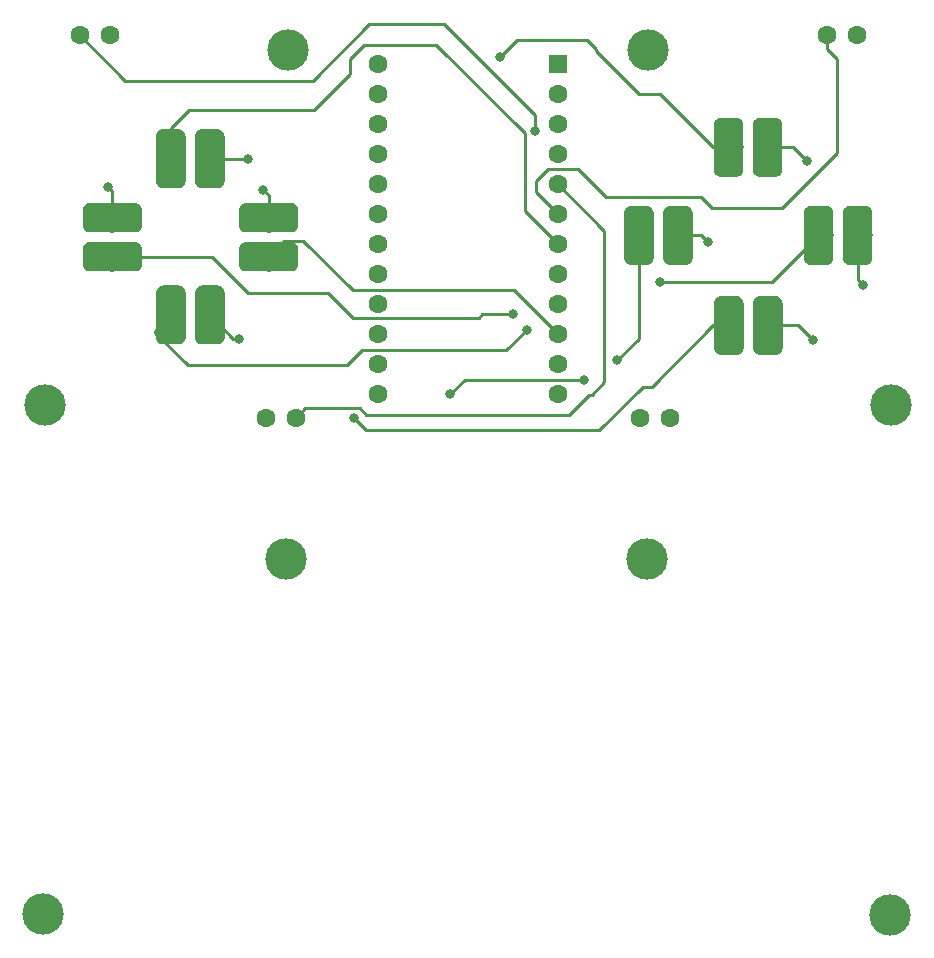
<source format=gbr>
G04 #@! TF.GenerationSoftware,KiCad,Pcbnew,5.0.2+dfsg1-1~bpo9+1*
G04 #@! TF.CreationDate,2019-06-02T18:57:07+01:00*
G04 #@! TF.ProjectId,ds_button_gamepad,64735f62-7574-4746-9f6e-5f67616d6570,rev?*
G04 #@! TF.SameCoordinates,Original*
G04 #@! TF.FileFunction,Copper,L1,Top*
G04 #@! TF.FilePolarity,Positive*
%FSLAX46Y46*%
G04 Gerber Fmt 4.6, Leading zero omitted, Abs format (unit mm)*
G04 Created by KiCad (PCBNEW 5.0.2+dfsg1-1~bpo9+1) date Sun 02 Jun 2019 18:57:07 BST*
%MOMM*%
%LPD*%
G01*
G04 APERTURE LIST*
G04 #@! TA.AperFunction,ComponentPad*
%ADD10C,3.500000*%
G04 #@! TD*
G04 #@! TA.AperFunction,Conductor*
%ADD11C,0.100000*%
G04 #@! TD*
G04 #@! TA.AperFunction,SMDPad,CuDef*
%ADD12C,2.500000*%
G04 #@! TD*
G04 #@! TA.AperFunction,ComponentPad*
%ADD13C,1.600000*%
G04 #@! TD*
G04 #@! TA.AperFunction,ComponentPad*
%ADD14R,1.600000X1.600000*%
G04 #@! TD*
G04 #@! TA.AperFunction,ViaPad*
%ADD15C,0.800000*%
G04 #@! TD*
G04 #@! TA.AperFunction,Conductor*
%ADD16C,0.250000*%
G04 #@! TD*
G04 APERTURE END LIST*
D10*
G04 #@! TO.P,U3,1*
G04 #@! TO.N,N/C*
X128295400Y-128955800D03*
G04 #@! TD*
G04 #@! TO.P,U5,1*
G04 #@! TO.N,N/C*
X56591200Y-128943100D03*
G04 #@! TD*
G04 #@! TO.P,U4,1*
G04 #@! TO.N,N/C*
X77165200Y-98882200D03*
G04 #@! TD*
G04 #@! TO.P,U2,1*
G04 #@! TO.N,N/C*
X107721400Y-98882200D03*
G04 #@! TD*
D11*
G04 #@! TO.N,Net-(SW1-Pad1)*
G04 #@! TO.C,SW1*
G36*
X64407561Y-72006610D02*
X64468231Y-72015609D01*
X64527728Y-72030512D01*
X64585477Y-72051175D01*
X64640923Y-72077399D01*
X64693531Y-72108931D01*
X64742796Y-72145468D01*
X64788242Y-72186658D01*
X64829432Y-72232104D01*
X64865969Y-72281369D01*
X64897501Y-72333977D01*
X64923725Y-72389423D01*
X64944388Y-72447172D01*
X64959291Y-72506669D01*
X64968290Y-72567339D01*
X64971300Y-72628600D01*
X64971300Y-73878600D01*
X64968290Y-73939861D01*
X64959291Y-74000531D01*
X64944388Y-74060028D01*
X64923725Y-74117777D01*
X64897501Y-74173223D01*
X64865969Y-74225831D01*
X64829432Y-74275096D01*
X64788242Y-74320542D01*
X64742796Y-74361732D01*
X64693531Y-74398269D01*
X64640923Y-74429801D01*
X64585477Y-74456025D01*
X64527728Y-74476688D01*
X64468231Y-74491591D01*
X64407561Y-74500590D01*
X64346300Y-74503600D01*
X60596300Y-74503600D01*
X60535039Y-74500590D01*
X60474369Y-74491591D01*
X60414872Y-74476688D01*
X60357123Y-74456025D01*
X60301677Y-74429801D01*
X60249069Y-74398269D01*
X60199804Y-74361732D01*
X60154358Y-74320542D01*
X60113168Y-74275096D01*
X60076631Y-74225831D01*
X60045099Y-74173223D01*
X60018875Y-74117777D01*
X59998212Y-74060028D01*
X59983309Y-74000531D01*
X59974310Y-73939861D01*
X59971300Y-73878600D01*
X59971300Y-72628600D01*
X59974310Y-72567339D01*
X59983309Y-72506669D01*
X59998212Y-72447172D01*
X60018875Y-72389423D01*
X60045099Y-72333977D01*
X60076631Y-72281369D01*
X60113168Y-72232104D01*
X60154358Y-72186658D01*
X60199804Y-72145468D01*
X60249069Y-72108931D01*
X60301677Y-72077399D01*
X60357123Y-72051175D01*
X60414872Y-72030512D01*
X60474369Y-72015609D01*
X60535039Y-72006610D01*
X60596300Y-72003600D01*
X64346300Y-72003600D01*
X64407561Y-72006610D01*
X64407561Y-72006610D01*
G37*
D12*
G04 #@! TD*
G04 #@! TO.P,SW1,1*
G04 #@! TO.N,Net-(SW1-Pad1)*
X62471300Y-73253600D03*
D11*
G04 #@! TO.N,Net-(SW1-Pad2)*
G04 #@! TO.C,SW1*
G36*
X64407561Y-68704610D02*
X64468231Y-68713609D01*
X64527728Y-68728512D01*
X64585477Y-68749175D01*
X64640923Y-68775399D01*
X64693531Y-68806931D01*
X64742796Y-68843468D01*
X64788242Y-68884658D01*
X64829432Y-68930104D01*
X64865969Y-68979369D01*
X64897501Y-69031977D01*
X64923725Y-69087423D01*
X64944388Y-69145172D01*
X64959291Y-69204669D01*
X64968290Y-69265339D01*
X64971300Y-69326600D01*
X64971300Y-70576600D01*
X64968290Y-70637861D01*
X64959291Y-70698531D01*
X64944388Y-70758028D01*
X64923725Y-70815777D01*
X64897501Y-70871223D01*
X64865969Y-70923831D01*
X64829432Y-70973096D01*
X64788242Y-71018542D01*
X64742796Y-71059732D01*
X64693531Y-71096269D01*
X64640923Y-71127801D01*
X64585477Y-71154025D01*
X64527728Y-71174688D01*
X64468231Y-71189591D01*
X64407561Y-71198590D01*
X64346300Y-71201600D01*
X60596300Y-71201600D01*
X60535039Y-71198590D01*
X60474369Y-71189591D01*
X60414872Y-71174688D01*
X60357123Y-71154025D01*
X60301677Y-71127801D01*
X60249069Y-71096269D01*
X60199804Y-71059732D01*
X60154358Y-71018542D01*
X60113168Y-70973096D01*
X60076631Y-70923831D01*
X60045099Y-70871223D01*
X60018875Y-70815777D01*
X59998212Y-70758028D01*
X59983309Y-70698531D01*
X59974310Y-70637861D01*
X59971300Y-70576600D01*
X59971300Y-69326600D01*
X59974310Y-69265339D01*
X59983309Y-69204669D01*
X59998212Y-69145172D01*
X60018875Y-69087423D01*
X60045099Y-69031977D01*
X60076631Y-68979369D01*
X60113168Y-68930104D01*
X60154358Y-68884658D01*
X60199804Y-68843468D01*
X60249069Y-68806931D01*
X60301677Y-68775399D01*
X60357123Y-68749175D01*
X60414872Y-68728512D01*
X60474369Y-68713609D01*
X60535039Y-68704610D01*
X60596300Y-68701600D01*
X64346300Y-68701600D01*
X64407561Y-68704610D01*
X64407561Y-68704610D01*
G37*
D12*
G04 #@! TD*
G04 #@! TO.P,SW1,2*
G04 #@! TO.N,Net-(SW1-Pad2)*
X62471300Y-69951600D03*
D11*
G04 #@! TO.N,Net-(SW2-Pad1)*
G04 #@! TO.C,SW2*
G36*
X77640961Y-72006610D02*
X77701631Y-72015609D01*
X77761128Y-72030512D01*
X77818877Y-72051175D01*
X77874323Y-72077399D01*
X77926931Y-72108931D01*
X77976196Y-72145468D01*
X78021642Y-72186658D01*
X78062832Y-72232104D01*
X78099369Y-72281369D01*
X78130901Y-72333977D01*
X78157125Y-72389423D01*
X78177788Y-72447172D01*
X78192691Y-72506669D01*
X78201690Y-72567339D01*
X78204700Y-72628600D01*
X78204700Y-73878600D01*
X78201690Y-73939861D01*
X78192691Y-74000531D01*
X78177788Y-74060028D01*
X78157125Y-74117777D01*
X78130901Y-74173223D01*
X78099369Y-74225831D01*
X78062832Y-74275096D01*
X78021642Y-74320542D01*
X77976196Y-74361732D01*
X77926931Y-74398269D01*
X77874323Y-74429801D01*
X77818877Y-74456025D01*
X77761128Y-74476688D01*
X77701631Y-74491591D01*
X77640961Y-74500590D01*
X77579700Y-74503600D01*
X73829700Y-74503600D01*
X73768439Y-74500590D01*
X73707769Y-74491591D01*
X73648272Y-74476688D01*
X73590523Y-74456025D01*
X73535077Y-74429801D01*
X73482469Y-74398269D01*
X73433204Y-74361732D01*
X73387758Y-74320542D01*
X73346568Y-74275096D01*
X73310031Y-74225831D01*
X73278499Y-74173223D01*
X73252275Y-74117777D01*
X73231612Y-74060028D01*
X73216709Y-74000531D01*
X73207710Y-73939861D01*
X73204700Y-73878600D01*
X73204700Y-72628600D01*
X73207710Y-72567339D01*
X73216709Y-72506669D01*
X73231612Y-72447172D01*
X73252275Y-72389423D01*
X73278499Y-72333977D01*
X73310031Y-72281369D01*
X73346568Y-72232104D01*
X73387758Y-72186658D01*
X73433204Y-72145468D01*
X73482469Y-72108931D01*
X73535077Y-72077399D01*
X73590523Y-72051175D01*
X73648272Y-72030512D01*
X73707769Y-72015609D01*
X73768439Y-72006610D01*
X73829700Y-72003600D01*
X77579700Y-72003600D01*
X77640961Y-72006610D01*
X77640961Y-72006610D01*
G37*
D12*
G04 #@! TD*
G04 #@! TO.P,SW2,1*
G04 #@! TO.N,Net-(SW2-Pad1)*
X75704700Y-73253600D03*
D11*
G04 #@! TO.N,Net-(SW1-Pad2)*
G04 #@! TO.C,SW2*
G36*
X77640961Y-68704610D02*
X77701631Y-68713609D01*
X77761128Y-68728512D01*
X77818877Y-68749175D01*
X77874323Y-68775399D01*
X77926931Y-68806931D01*
X77976196Y-68843468D01*
X78021642Y-68884658D01*
X78062832Y-68930104D01*
X78099369Y-68979369D01*
X78130901Y-69031977D01*
X78157125Y-69087423D01*
X78177788Y-69145172D01*
X78192691Y-69204669D01*
X78201690Y-69265339D01*
X78204700Y-69326600D01*
X78204700Y-70576600D01*
X78201690Y-70637861D01*
X78192691Y-70698531D01*
X78177788Y-70758028D01*
X78157125Y-70815777D01*
X78130901Y-70871223D01*
X78099369Y-70923831D01*
X78062832Y-70973096D01*
X78021642Y-71018542D01*
X77976196Y-71059732D01*
X77926931Y-71096269D01*
X77874323Y-71127801D01*
X77818877Y-71154025D01*
X77761128Y-71174688D01*
X77701631Y-71189591D01*
X77640961Y-71198590D01*
X77579700Y-71201600D01*
X73829700Y-71201600D01*
X73768439Y-71198590D01*
X73707769Y-71189591D01*
X73648272Y-71174688D01*
X73590523Y-71154025D01*
X73535077Y-71127801D01*
X73482469Y-71096269D01*
X73433204Y-71059732D01*
X73387758Y-71018542D01*
X73346568Y-70973096D01*
X73310031Y-70923831D01*
X73278499Y-70871223D01*
X73252275Y-70815777D01*
X73231612Y-70758028D01*
X73216709Y-70698531D01*
X73207710Y-70637861D01*
X73204700Y-70576600D01*
X73204700Y-69326600D01*
X73207710Y-69265339D01*
X73216709Y-69204669D01*
X73231612Y-69145172D01*
X73252275Y-69087423D01*
X73278499Y-69031977D01*
X73310031Y-68979369D01*
X73346568Y-68930104D01*
X73387758Y-68884658D01*
X73433204Y-68843468D01*
X73482469Y-68806931D01*
X73535077Y-68775399D01*
X73590523Y-68749175D01*
X73648272Y-68728512D01*
X73707769Y-68713609D01*
X73768439Y-68704610D01*
X73829700Y-68701600D01*
X77579700Y-68701600D01*
X77640961Y-68704610D01*
X77640961Y-68704610D01*
G37*
D12*
G04 #@! TD*
G04 #@! TO.P,SW2,2*
G04 #@! TO.N,Net-(SW1-Pad2)*
X75704700Y-69951600D03*
D11*
G04 #@! TO.N,Net-(SW1-Pad2)*
G04 #@! TO.C,SW3*
G36*
X71412561Y-62463510D02*
X71473231Y-62472509D01*
X71532728Y-62487412D01*
X71590477Y-62508075D01*
X71645923Y-62534299D01*
X71698531Y-62565831D01*
X71747796Y-62602368D01*
X71793242Y-62643558D01*
X71834432Y-62689004D01*
X71870969Y-62738269D01*
X71902501Y-62790877D01*
X71928725Y-62846323D01*
X71949388Y-62904072D01*
X71964291Y-62963569D01*
X71973290Y-63024239D01*
X71976300Y-63085500D01*
X71976300Y-66835500D01*
X71973290Y-66896761D01*
X71964291Y-66957431D01*
X71949388Y-67016928D01*
X71928725Y-67074677D01*
X71902501Y-67130123D01*
X71870969Y-67182731D01*
X71834432Y-67231996D01*
X71793242Y-67277442D01*
X71747796Y-67318632D01*
X71698531Y-67355169D01*
X71645923Y-67386701D01*
X71590477Y-67412925D01*
X71532728Y-67433588D01*
X71473231Y-67448491D01*
X71412561Y-67457490D01*
X71351300Y-67460500D01*
X70101300Y-67460500D01*
X70040039Y-67457490D01*
X69979369Y-67448491D01*
X69919872Y-67433588D01*
X69862123Y-67412925D01*
X69806677Y-67386701D01*
X69754069Y-67355169D01*
X69704804Y-67318632D01*
X69659358Y-67277442D01*
X69618168Y-67231996D01*
X69581631Y-67182731D01*
X69550099Y-67130123D01*
X69523875Y-67074677D01*
X69503212Y-67016928D01*
X69488309Y-66957431D01*
X69479310Y-66896761D01*
X69476300Y-66835500D01*
X69476300Y-63085500D01*
X69479310Y-63024239D01*
X69488309Y-62963569D01*
X69503212Y-62904072D01*
X69523875Y-62846323D01*
X69550099Y-62790877D01*
X69581631Y-62738269D01*
X69618168Y-62689004D01*
X69659358Y-62643558D01*
X69704804Y-62602368D01*
X69754069Y-62565831D01*
X69806677Y-62534299D01*
X69862123Y-62508075D01*
X69919872Y-62487412D01*
X69979369Y-62472509D01*
X70040039Y-62463510D01*
X70101300Y-62460500D01*
X71351300Y-62460500D01*
X71412561Y-62463510D01*
X71412561Y-62463510D01*
G37*
D12*
G04 #@! TD*
G04 #@! TO.P,SW3,2*
G04 #@! TO.N,Net-(SW1-Pad2)*
X70726300Y-64960500D03*
D11*
G04 #@! TO.N,Net-(SW3-Pad1)*
G04 #@! TO.C,SW3*
G36*
X68110561Y-62463510D02*
X68171231Y-62472509D01*
X68230728Y-62487412D01*
X68288477Y-62508075D01*
X68343923Y-62534299D01*
X68396531Y-62565831D01*
X68445796Y-62602368D01*
X68491242Y-62643558D01*
X68532432Y-62689004D01*
X68568969Y-62738269D01*
X68600501Y-62790877D01*
X68626725Y-62846323D01*
X68647388Y-62904072D01*
X68662291Y-62963569D01*
X68671290Y-63024239D01*
X68674300Y-63085500D01*
X68674300Y-66835500D01*
X68671290Y-66896761D01*
X68662291Y-66957431D01*
X68647388Y-67016928D01*
X68626725Y-67074677D01*
X68600501Y-67130123D01*
X68568969Y-67182731D01*
X68532432Y-67231996D01*
X68491242Y-67277442D01*
X68445796Y-67318632D01*
X68396531Y-67355169D01*
X68343923Y-67386701D01*
X68288477Y-67412925D01*
X68230728Y-67433588D01*
X68171231Y-67448491D01*
X68110561Y-67457490D01*
X68049300Y-67460500D01*
X66799300Y-67460500D01*
X66738039Y-67457490D01*
X66677369Y-67448491D01*
X66617872Y-67433588D01*
X66560123Y-67412925D01*
X66504677Y-67386701D01*
X66452069Y-67355169D01*
X66402804Y-67318632D01*
X66357358Y-67277442D01*
X66316168Y-67231996D01*
X66279631Y-67182731D01*
X66248099Y-67130123D01*
X66221875Y-67074677D01*
X66201212Y-67016928D01*
X66186309Y-66957431D01*
X66177310Y-66896761D01*
X66174300Y-66835500D01*
X66174300Y-63085500D01*
X66177310Y-63024239D01*
X66186309Y-62963569D01*
X66201212Y-62904072D01*
X66221875Y-62846323D01*
X66248099Y-62790877D01*
X66279631Y-62738269D01*
X66316168Y-62689004D01*
X66357358Y-62643558D01*
X66402804Y-62602368D01*
X66452069Y-62565831D01*
X66504677Y-62534299D01*
X66560123Y-62508075D01*
X66617872Y-62487412D01*
X66677369Y-62472509D01*
X66738039Y-62463510D01*
X66799300Y-62460500D01*
X68049300Y-62460500D01*
X68110561Y-62463510D01*
X68110561Y-62463510D01*
G37*
D12*
G04 #@! TD*
G04 #@! TO.P,SW3,1*
G04 #@! TO.N,Net-(SW3-Pad1)*
X67424300Y-64960500D03*
D11*
G04 #@! TO.N,Net-(SW1-Pad2)*
G04 #@! TO.C,SW4*
G36*
X71412561Y-75696910D02*
X71473231Y-75705909D01*
X71532728Y-75720812D01*
X71590477Y-75741475D01*
X71645923Y-75767699D01*
X71698531Y-75799231D01*
X71747796Y-75835768D01*
X71793242Y-75876958D01*
X71834432Y-75922404D01*
X71870969Y-75971669D01*
X71902501Y-76024277D01*
X71928725Y-76079723D01*
X71949388Y-76137472D01*
X71964291Y-76196969D01*
X71973290Y-76257639D01*
X71976300Y-76318900D01*
X71976300Y-80068900D01*
X71973290Y-80130161D01*
X71964291Y-80190831D01*
X71949388Y-80250328D01*
X71928725Y-80308077D01*
X71902501Y-80363523D01*
X71870969Y-80416131D01*
X71834432Y-80465396D01*
X71793242Y-80510842D01*
X71747796Y-80552032D01*
X71698531Y-80588569D01*
X71645923Y-80620101D01*
X71590477Y-80646325D01*
X71532728Y-80666988D01*
X71473231Y-80681891D01*
X71412561Y-80690890D01*
X71351300Y-80693900D01*
X70101300Y-80693900D01*
X70040039Y-80690890D01*
X69979369Y-80681891D01*
X69919872Y-80666988D01*
X69862123Y-80646325D01*
X69806677Y-80620101D01*
X69754069Y-80588569D01*
X69704804Y-80552032D01*
X69659358Y-80510842D01*
X69618168Y-80465396D01*
X69581631Y-80416131D01*
X69550099Y-80363523D01*
X69523875Y-80308077D01*
X69503212Y-80250328D01*
X69488309Y-80190831D01*
X69479310Y-80130161D01*
X69476300Y-80068900D01*
X69476300Y-76318900D01*
X69479310Y-76257639D01*
X69488309Y-76196969D01*
X69503212Y-76137472D01*
X69523875Y-76079723D01*
X69550099Y-76024277D01*
X69581631Y-75971669D01*
X69618168Y-75922404D01*
X69659358Y-75876958D01*
X69704804Y-75835768D01*
X69754069Y-75799231D01*
X69806677Y-75767699D01*
X69862123Y-75741475D01*
X69919872Y-75720812D01*
X69979369Y-75705909D01*
X70040039Y-75696910D01*
X70101300Y-75693900D01*
X71351300Y-75693900D01*
X71412561Y-75696910D01*
X71412561Y-75696910D01*
G37*
D12*
G04 #@! TD*
G04 #@! TO.P,SW4,2*
G04 #@! TO.N,Net-(SW1-Pad2)*
X70726300Y-78193900D03*
D11*
G04 #@! TO.N,Net-(SW4-Pad1)*
G04 #@! TO.C,SW4*
G36*
X68110561Y-75696910D02*
X68171231Y-75705909D01*
X68230728Y-75720812D01*
X68288477Y-75741475D01*
X68343923Y-75767699D01*
X68396531Y-75799231D01*
X68445796Y-75835768D01*
X68491242Y-75876958D01*
X68532432Y-75922404D01*
X68568969Y-75971669D01*
X68600501Y-76024277D01*
X68626725Y-76079723D01*
X68647388Y-76137472D01*
X68662291Y-76196969D01*
X68671290Y-76257639D01*
X68674300Y-76318900D01*
X68674300Y-80068900D01*
X68671290Y-80130161D01*
X68662291Y-80190831D01*
X68647388Y-80250328D01*
X68626725Y-80308077D01*
X68600501Y-80363523D01*
X68568969Y-80416131D01*
X68532432Y-80465396D01*
X68491242Y-80510842D01*
X68445796Y-80552032D01*
X68396531Y-80588569D01*
X68343923Y-80620101D01*
X68288477Y-80646325D01*
X68230728Y-80666988D01*
X68171231Y-80681891D01*
X68110561Y-80690890D01*
X68049300Y-80693900D01*
X66799300Y-80693900D01*
X66738039Y-80690890D01*
X66677369Y-80681891D01*
X66617872Y-80666988D01*
X66560123Y-80646325D01*
X66504677Y-80620101D01*
X66452069Y-80588569D01*
X66402804Y-80552032D01*
X66357358Y-80510842D01*
X66316168Y-80465396D01*
X66279631Y-80416131D01*
X66248099Y-80363523D01*
X66221875Y-80308077D01*
X66201212Y-80250328D01*
X66186309Y-80190831D01*
X66177310Y-80130161D01*
X66174300Y-80068900D01*
X66174300Y-76318900D01*
X66177310Y-76257639D01*
X66186309Y-76196969D01*
X66201212Y-76137472D01*
X66221875Y-76079723D01*
X66248099Y-76024277D01*
X66279631Y-75971669D01*
X66316168Y-75922404D01*
X66357358Y-75876958D01*
X66402804Y-75835768D01*
X66452069Y-75799231D01*
X66504677Y-75767699D01*
X66560123Y-75741475D01*
X66617872Y-75720812D01*
X66677369Y-75705909D01*
X66738039Y-75696910D01*
X66799300Y-75693900D01*
X68049300Y-75693900D01*
X68110561Y-75696910D01*
X68110561Y-75696910D01*
G37*
D12*
G04 #@! TD*
G04 #@! TO.P,SW4,1*
G04 #@! TO.N,Net-(SW4-Pad1)*
X67424300Y-78193900D03*
D11*
G04 #@! TO.N,Net-(SW1-Pad2)*
G04 #@! TO.C,SW5*
G36*
X118631161Y-61498310D02*
X118691831Y-61507309D01*
X118751328Y-61522212D01*
X118809077Y-61542875D01*
X118864523Y-61569099D01*
X118917131Y-61600631D01*
X118966396Y-61637168D01*
X119011842Y-61678358D01*
X119053032Y-61723804D01*
X119089569Y-61773069D01*
X119121101Y-61825677D01*
X119147325Y-61881123D01*
X119167988Y-61938872D01*
X119182891Y-61998369D01*
X119191890Y-62059039D01*
X119194900Y-62120300D01*
X119194900Y-65870300D01*
X119191890Y-65931561D01*
X119182891Y-65992231D01*
X119167988Y-66051728D01*
X119147325Y-66109477D01*
X119121101Y-66164923D01*
X119089569Y-66217531D01*
X119053032Y-66266796D01*
X119011842Y-66312242D01*
X118966396Y-66353432D01*
X118917131Y-66389969D01*
X118864523Y-66421501D01*
X118809077Y-66447725D01*
X118751328Y-66468388D01*
X118691831Y-66483291D01*
X118631161Y-66492290D01*
X118569900Y-66495300D01*
X117319900Y-66495300D01*
X117258639Y-66492290D01*
X117197969Y-66483291D01*
X117138472Y-66468388D01*
X117080723Y-66447725D01*
X117025277Y-66421501D01*
X116972669Y-66389969D01*
X116923404Y-66353432D01*
X116877958Y-66312242D01*
X116836768Y-66266796D01*
X116800231Y-66217531D01*
X116768699Y-66164923D01*
X116742475Y-66109477D01*
X116721812Y-66051728D01*
X116706909Y-65992231D01*
X116697910Y-65931561D01*
X116694900Y-65870300D01*
X116694900Y-62120300D01*
X116697910Y-62059039D01*
X116706909Y-61998369D01*
X116721812Y-61938872D01*
X116742475Y-61881123D01*
X116768699Y-61825677D01*
X116800231Y-61773069D01*
X116836768Y-61723804D01*
X116877958Y-61678358D01*
X116923404Y-61637168D01*
X116972669Y-61600631D01*
X117025277Y-61569099D01*
X117080723Y-61542875D01*
X117138472Y-61522212D01*
X117197969Y-61507309D01*
X117258639Y-61498310D01*
X117319900Y-61495300D01*
X118569900Y-61495300D01*
X118631161Y-61498310D01*
X118631161Y-61498310D01*
G37*
D12*
G04 #@! TD*
G04 #@! TO.P,SW5,2*
G04 #@! TO.N,Net-(SW1-Pad2)*
X117944900Y-63995300D03*
D11*
G04 #@! TO.N,Net-(SW5-Pad1)*
G04 #@! TO.C,SW5*
G36*
X115329161Y-61498310D02*
X115389831Y-61507309D01*
X115449328Y-61522212D01*
X115507077Y-61542875D01*
X115562523Y-61569099D01*
X115615131Y-61600631D01*
X115664396Y-61637168D01*
X115709842Y-61678358D01*
X115751032Y-61723804D01*
X115787569Y-61773069D01*
X115819101Y-61825677D01*
X115845325Y-61881123D01*
X115865988Y-61938872D01*
X115880891Y-61998369D01*
X115889890Y-62059039D01*
X115892900Y-62120300D01*
X115892900Y-65870300D01*
X115889890Y-65931561D01*
X115880891Y-65992231D01*
X115865988Y-66051728D01*
X115845325Y-66109477D01*
X115819101Y-66164923D01*
X115787569Y-66217531D01*
X115751032Y-66266796D01*
X115709842Y-66312242D01*
X115664396Y-66353432D01*
X115615131Y-66389969D01*
X115562523Y-66421501D01*
X115507077Y-66447725D01*
X115449328Y-66468388D01*
X115389831Y-66483291D01*
X115329161Y-66492290D01*
X115267900Y-66495300D01*
X114017900Y-66495300D01*
X113956639Y-66492290D01*
X113895969Y-66483291D01*
X113836472Y-66468388D01*
X113778723Y-66447725D01*
X113723277Y-66421501D01*
X113670669Y-66389969D01*
X113621404Y-66353432D01*
X113575958Y-66312242D01*
X113534768Y-66266796D01*
X113498231Y-66217531D01*
X113466699Y-66164923D01*
X113440475Y-66109477D01*
X113419812Y-66051728D01*
X113404909Y-65992231D01*
X113395910Y-65931561D01*
X113392900Y-65870300D01*
X113392900Y-62120300D01*
X113395910Y-62059039D01*
X113404909Y-61998369D01*
X113419812Y-61938872D01*
X113440475Y-61881123D01*
X113466699Y-61825677D01*
X113498231Y-61773069D01*
X113534768Y-61723804D01*
X113575958Y-61678358D01*
X113621404Y-61637168D01*
X113670669Y-61600631D01*
X113723277Y-61569099D01*
X113778723Y-61542875D01*
X113836472Y-61522212D01*
X113895969Y-61507309D01*
X113956639Y-61498310D01*
X114017900Y-61495300D01*
X115267900Y-61495300D01*
X115329161Y-61498310D01*
X115329161Y-61498310D01*
G37*
D12*
G04 #@! TD*
G04 #@! TO.P,SW5,1*
G04 #@! TO.N,Net-(SW5-Pad1)*
X114642900Y-63995300D03*
D11*
G04 #@! TO.N,Net-(SW6-Pad1)*
G04 #@! TO.C,SW6*
G36*
X115354561Y-76585910D02*
X115415231Y-76594909D01*
X115474728Y-76609812D01*
X115532477Y-76630475D01*
X115587923Y-76656699D01*
X115640531Y-76688231D01*
X115689796Y-76724768D01*
X115735242Y-76765958D01*
X115776432Y-76811404D01*
X115812969Y-76860669D01*
X115844501Y-76913277D01*
X115870725Y-76968723D01*
X115891388Y-77026472D01*
X115906291Y-77085969D01*
X115915290Y-77146639D01*
X115918300Y-77207900D01*
X115918300Y-80957900D01*
X115915290Y-81019161D01*
X115906291Y-81079831D01*
X115891388Y-81139328D01*
X115870725Y-81197077D01*
X115844501Y-81252523D01*
X115812969Y-81305131D01*
X115776432Y-81354396D01*
X115735242Y-81399842D01*
X115689796Y-81441032D01*
X115640531Y-81477569D01*
X115587923Y-81509101D01*
X115532477Y-81535325D01*
X115474728Y-81555988D01*
X115415231Y-81570891D01*
X115354561Y-81579890D01*
X115293300Y-81582900D01*
X114043300Y-81582900D01*
X113982039Y-81579890D01*
X113921369Y-81570891D01*
X113861872Y-81555988D01*
X113804123Y-81535325D01*
X113748677Y-81509101D01*
X113696069Y-81477569D01*
X113646804Y-81441032D01*
X113601358Y-81399842D01*
X113560168Y-81354396D01*
X113523631Y-81305131D01*
X113492099Y-81252523D01*
X113465875Y-81197077D01*
X113445212Y-81139328D01*
X113430309Y-81079831D01*
X113421310Y-81019161D01*
X113418300Y-80957900D01*
X113418300Y-77207900D01*
X113421310Y-77146639D01*
X113430309Y-77085969D01*
X113445212Y-77026472D01*
X113465875Y-76968723D01*
X113492099Y-76913277D01*
X113523631Y-76860669D01*
X113560168Y-76811404D01*
X113601358Y-76765958D01*
X113646804Y-76724768D01*
X113696069Y-76688231D01*
X113748677Y-76656699D01*
X113804123Y-76630475D01*
X113861872Y-76609812D01*
X113921369Y-76594909D01*
X113982039Y-76585910D01*
X114043300Y-76582900D01*
X115293300Y-76582900D01*
X115354561Y-76585910D01*
X115354561Y-76585910D01*
G37*
D12*
G04 #@! TD*
G04 #@! TO.P,SW6,1*
G04 #@! TO.N,Net-(SW6-Pad1)*
X114668300Y-79082900D03*
D11*
G04 #@! TO.N,Net-(SW1-Pad2)*
G04 #@! TO.C,SW6*
G36*
X118656561Y-76585910D02*
X118717231Y-76594909D01*
X118776728Y-76609812D01*
X118834477Y-76630475D01*
X118889923Y-76656699D01*
X118942531Y-76688231D01*
X118991796Y-76724768D01*
X119037242Y-76765958D01*
X119078432Y-76811404D01*
X119114969Y-76860669D01*
X119146501Y-76913277D01*
X119172725Y-76968723D01*
X119193388Y-77026472D01*
X119208291Y-77085969D01*
X119217290Y-77146639D01*
X119220300Y-77207900D01*
X119220300Y-80957900D01*
X119217290Y-81019161D01*
X119208291Y-81079831D01*
X119193388Y-81139328D01*
X119172725Y-81197077D01*
X119146501Y-81252523D01*
X119114969Y-81305131D01*
X119078432Y-81354396D01*
X119037242Y-81399842D01*
X118991796Y-81441032D01*
X118942531Y-81477569D01*
X118889923Y-81509101D01*
X118834477Y-81535325D01*
X118776728Y-81555988D01*
X118717231Y-81570891D01*
X118656561Y-81579890D01*
X118595300Y-81582900D01*
X117345300Y-81582900D01*
X117284039Y-81579890D01*
X117223369Y-81570891D01*
X117163872Y-81555988D01*
X117106123Y-81535325D01*
X117050677Y-81509101D01*
X116998069Y-81477569D01*
X116948804Y-81441032D01*
X116903358Y-81399842D01*
X116862168Y-81354396D01*
X116825631Y-81305131D01*
X116794099Y-81252523D01*
X116767875Y-81197077D01*
X116747212Y-81139328D01*
X116732309Y-81079831D01*
X116723310Y-81019161D01*
X116720300Y-80957900D01*
X116720300Y-77207900D01*
X116723310Y-77146639D01*
X116732309Y-77085969D01*
X116747212Y-77026472D01*
X116767875Y-76968723D01*
X116794099Y-76913277D01*
X116825631Y-76860669D01*
X116862168Y-76811404D01*
X116903358Y-76765958D01*
X116948804Y-76724768D01*
X116998069Y-76688231D01*
X117050677Y-76656699D01*
X117106123Y-76630475D01*
X117163872Y-76609812D01*
X117223369Y-76594909D01*
X117284039Y-76585910D01*
X117345300Y-76582900D01*
X118595300Y-76582900D01*
X118656561Y-76585910D01*
X118656561Y-76585910D01*
G37*
D12*
G04 #@! TD*
G04 #@! TO.P,SW6,2*
G04 #@! TO.N,Net-(SW1-Pad2)*
X117970300Y-79082900D03*
D11*
G04 #@! TO.N,Net-(SW7-Pad1)*
G04 #@! TO.C,SW7*
G36*
X107734561Y-68953210D02*
X107795231Y-68962209D01*
X107854728Y-68977112D01*
X107912477Y-68997775D01*
X107967923Y-69023999D01*
X108020531Y-69055531D01*
X108069796Y-69092068D01*
X108115242Y-69133258D01*
X108156432Y-69178704D01*
X108192969Y-69227969D01*
X108224501Y-69280577D01*
X108250725Y-69336023D01*
X108271388Y-69393772D01*
X108286291Y-69453269D01*
X108295290Y-69513939D01*
X108298300Y-69575200D01*
X108298300Y-73325200D01*
X108295290Y-73386461D01*
X108286291Y-73447131D01*
X108271388Y-73506628D01*
X108250725Y-73564377D01*
X108224501Y-73619823D01*
X108192969Y-73672431D01*
X108156432Y-73721696D01*
X108115242Y-73767142D01*
X108069796Y-73808332D01*
X108020531Y-73844869D01*
X107967923Y-73876401D01*
X107912477Y-73902625D01*
X107854728Y-73923288D01*
X107795231Y-73938191D01*
X107734561Y-73947190D01*
X107673300Y-73950200D01*
X106423300Y-73950200D01*
X106362039Y-73947190D01*
X106301369Y-73938191D01*
X106241872Y-73923288D01*
X106184123Y-73902625D01*
X106128677Y-73876401D01*
X106076069Y-73844869D01*
X106026804Y-73808332D01*
X105981358Y-73767142D01*
X105940168Y-73721696D01*
X105903631Y-73672431D01*
X105872099Y-73619823D01*
X105845875Y-73564377D01*
X105825212Y-73506628D01*
X105810309Y-73447131D01*
X105801310Y-73386461D01*
X105798300Y-73325200D01*
X105798300Y-69575200D01*
X105801310Y-69513939D01*
X105810309Y-69453269D01*
X105825212Y-69393772D01*
X105845875Y-69336023D01*
X105872099Y-69280577D01*
X105903631Y-69227969D01*
X105940168Y-69178704D01*
X105981358Y-69133258D01*
X106026804Y-69092068D01*
X106076069Y-69055531D01*
X106128677Y-69023999D01*
X106184123Y-68997775D01*
X106241872Y-68977112D01*
X106301369Y-68962209D01*
X106362039Y-68953210D01*
X106423300Y-68950200D01*
X107673300Y-68950200D01*
X107734561Y-68953210D01*
X107734561Y-68953210D01*
G37*
D12*
G04 #@! TD*
G04 #@! TO.P,SW7,1*
G04 #@! TO.N,Net-(SW7-Pad1)*
X107048300Y-71450200D03*
D11*
G04 #@! TO.N,Net-(SW1-Pad2)*
G04 #@! TO.C,SW7*
G36*
X111036561Y-68953210D02*
X111097231Y-68962209D01*
X111156728Y-68977112D01*
X111214477Y-68997775D01*
X111269923Y-69023999D01*
X111322531Y-69055531D01*
X111371796Y-69092068D01*
X111417242Y-69133258D01*
X111458432Y-69178704D01*
X111494969Y-69227969D01*
X111526501Y-69280577D01*
X111552725Y-69336023D01*
X111573388Y-69393772D01*
X111588291Y-69453269D01*
X111597290Y-69513939D01*
X111600300Y-69575200D01*
X111600300Y-73325200D01*
X111597290Y-73386461D01*
X111588291Y-73447131D01*
X111573388Y-73506628D01*
X111552725Y-73564377D01*
X111526501Y-73619823D01*
X111494969Y-73672431D01*
X111458432Y-73721696D01*
X111417242Y-73767142D01*
X111371796Y-73808332D01*
X111322531Y-73844869D01*
X111269923Y-73876401D01*
X111214477Y-73902625D01*
X111156728Y-73923288D01*
X111097231Y-73938191D01*
X111036561Y-73947190D01*
X110975300Y-73950200D01*
X109725300Y-73950200D01*
X109664039Y-73947190D01*
X109603369Y-73938191D01*
X109543872Y-73923288D01*
X109486123Y-73902625D01*
X109430677Y-73876401D01*
X109378069Y-73844869D01*
X109328804Y-73808332D01*
X109283358Y-73767142D01*
X109242168Y-73721696D01*
X109205631Y-73672431D01*
X109174099Y-73619823D01*
X109147875Y-73564377D01*
X109127212Y-73506628D01*
X109112309Y-73447131D01*
X109103310Y-73386461D01*
X109100300Y-73325200D01*
X109100300Y-69575200D01*
X109103310Y-69513939D01*
X109112309Y-69453269D01*
X109127212Y-69393772D01*
X109147875Y-69336023D01*
X109174099Y-69280577D01*
X109205631Y-69227969D01*
X109242168Y-69178704D01*
X109283358Y-69133258D01*
X109328804Y-69092068D01*
X109378069Y-69055531D01*
X109430677Y-69023999D01*
X109486123Y-68997775D01*
X109543872Y-68977112D01*
X109603369Y-68962209D01*
X109664039Y-68953210D01*
X109725300Y-68950200D01*
X110975300Y-68950200D01*
X111036561Y-68953210D01*
X111036561Y-68953210D01*
G37*
D12*
G04 #@! TD*
G04 #@! TO.P,SW7,2*
G04 #@! TO.N,Net-(SW1-Pad2)*
X110350300Y-71450200D03*
D11*
G04 #@! TO.N,Net-(SW1-Pad2)*
G04 #@! TO.C,SW8*
G36*
X126251161Y-68953210D02*
X126311831Y-68962209D01*
X126371328Y-68977112D01*
X126429077Y-68997775D01*
X126484523Y-69023999D01*
X126537131Y-69055531D01*
X126586396Y-69092068D01*
X126631842Y-69133258D01*
X126673032Y-69178704D01*
X126709569Y-69227969D01*
X126741101Y-69280577D01*
X126767325Y-69336023D01*
X126787988Y-69393772D01*
X126802891Y-69453269D01*
X126811890Y-69513939D01*
X126814900Y-69575200D01*
X126814900Y-73325200D01*
X126811890Y-73386461D01*
X126802891Y-73447131D01*
X126787988Y-73506628D01*
X126767325Y-73564377D01*
X126741101Y-73619823D01*
X126709569Y-73672431D01*
X126673032Y-73721696D01*
X126631842Y-73767142D01*
X126586396Y-73808332D01*
X126537131Y-73844869D01*
X126484523Y-73876401D01*
X126429077Y-73902625D01*
X126371328Y-73923288D01*
X126311831Y-73938191D01*
X126251161Y-73947190D01*
X126189900Y-73950200D01*
X124939900Y-73950200D01*
X124878639Y-73947190D01*
X124817969Y-73938191D01*
X124758472Y-73923288D01*
X124700723Y-73902625D01*
X124645277Y-73876401D01*
X124592669Y-73844869D01*
X124543404Y-73808332D01*
X124497958Y-73767142D01*
X124456768Y-73721696D01*
X124420231Y-73672431D01*
X124388699Y-73619823D01*
X124362475Y-73564377D01*
X124341812Y-73506628D01*
X124326909Y-73447131D01*
X124317910Y-73386461D01*
X124314900Y-73325200D01*
X124314900Y-69575200D01*
X124317910Y-69513939D01*
X124326909Y-69453269D01*
X124341812Y-69393772D01*
X124362475Y-69336023D01*
X124388699Y-69280577D01*
X124420231Y-69227969D01*
X124456768Y-69178704D01*
X124497958Y-69133258D01*
X124543404Y-69092068D01*
X124592669Y-69055531D01*
X124645277Y-69023999D01*
X124700723Y-68997775D01*
X124758472Y-68977112D01*
X124817969Y-68962209D01*
X124878639Y-68953210D01*
X124939900Y-68950200D01*
X126189900Y-68950200D01*
X126251161Y-68953210D01*
X126251161Y-68953210D01*
G37*
D12*
G04 #@! TD*
G04 #@! TO.P,SW8,2*
G04 #@! TO.N,Net-(SW1-Pad2)*
X125564900Y-71450200D03*
D11*
G04 #@! TO.N,Net-(SW8-Pad1)*
G04 #@! TO.C,SW8*
G36*
X122949161Y-68953210D02*
X123009831Y-68962209D01*
X123069328Y-68977112D01*
X123127077Y-68997775D01*
X123182523Y-69023999D01*
X123235131Y-69055531D01*
X123284396Y-69092068D01*
X123329842Y-69133258D01*
X123371032Y-69178704D01*
X123407569Y-69227969D01*
X123439101Y-69280577D01*
X123465325Y-69336023D01*
X123485988Y-69393772D01*
X123500891Y-69453269D01*
X123509890Y-69513939D01*
X123512900Y-69575200D01*
X123512900Y-73325200D01*
X123509890Y-73386461D01*
X123500891Y-73447131D01*
X123485988Y-73506628D01*
X123465325Y-73564377D01*
X123439101Y-73619823D01*
X123407569Y-73672431D01*
X123371032Y-73721696D01*
X123329842Y-73767142D01*
X123284396Y-73808332D01*
X123235131Y-73844869D01*
X123182523Y-73876401D01*
X123127077Y-73902625D01*
X123069328Y-73923288D01*
X123009831Y-73938191D01*
X122949161Y-73947190D01*
X122887900Y-73950200D01*
X121637900Y-73950200D01*
X121576639Y-73947190D01*
X121515969Y-73938191D01*
X121456472Y-73923288D01*
X121398723Y-73902625D01*
X121343277Y-73876401D01*
X121290669Y-73844869D01*
X121241404Y-73808332D01*
X121195958Y-73767142D01*
X121154768Y-73721696D01*
X121118231Y-73672431D01*
X121086699Y-73619823D01*
X121060475Y-73564377D01*
X121039812Y-73506628D01*
X121024909Y-73447131D01*
X121015910Y-73386461D01*
X121012900Y-73325200D01*
X121012900Y-69575200D01*
X121015910Y-69513939D01*
X121024909Y-69453269D01*
X121039812Y-69393772D01*
X121060475Y-69336023D01*
X121086699Y-69280577D01*
X121118231Y-69227969D01*
X121154768Y-69178704D01*
X121195958Y-69133258D01*
X121241404Y-69092068D01*
X121290669Y-69055531D01*
X121343277Y-69023999D01*
X121398723Y-68997775D01*
X121456472Y-68977112D01*
X121515969Y-68962209D01*
X121576639Y-68953210D01*
X121637900Y-68950200D01*
X122887900Y-68950200D01*
X122949161Y-68953210D01*
X122949161Y-68953210D01*
G37*
D12*
G04 #@! TD*
G04 #@! TO.P,SW8,1*
G04 #@! TO.N,Net-(SW8-Pad1)*
X122262900Y-71450200D03*
D13*
G04 #@! TO.P,SW9,2*
G04 #@! TO.N,Net-(SW1-Pad2)*
X75463400Y-86893400D03*
G04 #@! TO.P,SW9,1*
G04 #@! TO.N,Net-(SW9-Pad1)*
X78003400Y-86893400D03*
G04 #@! TD*
G04 #@! TO.P,SW10,2*
G04 #@! TO.N,Net-(SW1-Pad2)*
X62230000Y-54521100D03*
G04 #@! TO.P,SW10,1*
G04 #@! TO.N,Net-(SW10-Pad1)*
X59690000Y-54521100D03*
G04 #@! TD*
G04 #@! TO.P,SW11,1*
G04 #@! TO.N,Net-(SW11-Pad1)*
X109715300Y-86893400D03*
G04 #@! TO.P,SW11,2*
G04 #@! TO.N,Net-(SW1-Pad2)*
X107175300Y-86893400D03*
G04 #@! TD*
G04 #@! TO.P,SW12,1*
G04 #@! TO.N,Net-(SW12-Pad1)*
X122936000Y-54521100D03*
G04 #@! TO.P,SW12,2*
G04 #@! TO.N,Net-(SW1-Pad2)*
X125476000Y-54521100D03*
G04 #@! TD*
D14*
G04 #@! TO.P,U1,1*
G04 #@! TO.N,Net-(U1-Pad1)*
X100203000Y-56984900D03*
D13*
G04 #@! TO.P,U1,2*
G04 #@! TO.N,Net-(U1-Pad2)*
X100203000Y-59524900D03*
G04 #@! TO.P,U1,3*
G04 #@! TO.N,Net-(U1-Pad3)*
X100203000Y-62064900D03*
G04 #@! TO.P,U1,4*
G04 #@! TO.N,Net-(U1-Pad4)*
X100203000Y-64604900D03*
G04 #@! TO.P,U1,5*
G04 #@! TO.N,Net-(SW9-Pad1)*
X100203000Y-67144900D03*
G04 #@! TO.P,U1,6*
G04 #@! TO.N,Net-(SW12-Pad1)*
X100203000Y-69684900D03*
G04 #@! TO.P,U1,7*
G04 #@! TO.N,Net-(SW3-Pad1)*
X100203000Y-72224900D03*
G04 #@! TO.P,U1,8*
G04 #@! TO.N,Net-(SW1-Pad1)*
X100203000Y-74764900D03*
G04 #@! TO.P,U1,9*
G04 #@! TO.N,Net-(SW4-Pad1)*
X100203000Y-77304900D03*
G04 #@! TO.P,U1,10*
G04 #@! TO.N,Net-(SW2-Pad1)*
X100203000Y-79844900D03*
G04 #@! TO.P,U1,11*
G04 #@! TO.N,Net-(SW10-Pad1)*
X100203000Y-82384900D03*
G04 #@! TO.P,U1,12*
G04 #@! TO.N,Net-(SW11-Pad1)*
X100203000Y-84924900D03*
G04 #@! TO.P,U1,13*
G04 #@! TO.N,Net-(SW5-Pad1)*
X84963000Y-84924900D03*
G04 #@! TO.P,U1,14*
G04 #@! TO.N,Net-(SW7-Pad1)*
X84963000Y-82384900D03*
G04 #@! TO.P,U1,15*
G04 #@! TO.N,Net-(SW6-Pad1)*
X84963000Y-79844900D03*
G04 #@! TO.P,U1,16*
G04 #@! TO.N,Net-(SW8-Pad1)*
X84963000Y-77304900D03*
G04 #@! TO.P,U1,17*
G04 #@! TO.N,Net-(U1-Pad17)*
X84963000Y-74764900D03*
G04 #@! TO.P,U1,18*
G04 #@! TO.N,Net-(U1-Pad18)*
X84963000Y-72224900D03*
G04 #@! TO.P,U1,19*
G04 #@! TO.N,Net-(U1-Pad19)*
X84963000Y-69684900D03*
G04 #@! TO.P,U1,20*
G04 #@! TO.N,Net-(U1-Pad20)*
X84963000Y-67144900D03*
G04 #@! TO.P,U1,21*
G04 #@! TO.N,Net-(U1-Pad21)*
X84963000Y-64604900D03*
G04 #@! TO.P,U1,22*
G04 #@! TO.N,Net-(U1-Pad22)*
X84963000Y-62064900D03*
G04 #@! TO.P,U1,23*
G04 #@! TO.N,Net-(SW1-Pad2)*
X84963000Y-59524900D03*
G04 #@! TO.P,U1,24*
G04 #@! TO.N,Net-(U1-Pad24)*
X84963000Y-56984900D03*
G04 #@! TD*
D10*
G04 #@! TO.P,U2,1*
G04 #@! TO.N,Net-(U2-Pad1)*
X107861100Y-55740300D03*
G04 #@! TD*
G04 #@! TO.P,U3,1*
G04 #@! TO.N,Net-(U3-Pad1)*
X128435100Y-85813900D03*
G04 #@! TD*
G04 #@! TO.P,U4,1*
G04 #@! TO.N,Net-(U4-Pad1)*
X77304900Y-55740300D03*
G04 #@! TD*
G04 #@! TO.P,U5,1*
G04 #@! TO.N,Net-(U5-Pad1)*
X56730900Y-85801200D03*
G04 #@! TD*
D15*
G04 #@! TO.N,Net-(SW1-Pad1)*
X96393000Y-78130400D03*
G04 #@! TO.N,Net-(SW1-Pad2)*
X62128400Y-67373500D03*
X73939400Y-65011300D03*
X75260200Y-67602100D03*
X73202800Y-80187800D03*
X112928400Y-72047100D03*
X121297700Y-65176400D03*
X125984000Y-75679300D03*
X121767600Y-80289400D03*
G04 #@! TO.N,Net-(SW4-Pad1)*
X97548700Y-79438500D03*
G04 #@! TO.N,Net-(SW5-Pad1)*
X95313500Y-56324500D03*
G04 #@! TO.N,Net-(SW6-Pad1)*
X82905600Y-86893400D03*
G04 #@! TO.N,Net-(SW7-Pad1)*
X102387400Y-83667600D03*
X105219500Y-82029300D03*
X91084400Y-84886800D03*
G04 #@! TO.N,Net-(SW8-Pad1)*
X108826300Y-75361800D03*
G04 #@! TO.N,Net-(SW10-Pad1)*
X98272600Y-62636400D03*
G04 #@! TD*
D16*
G04 #@! TO.N,Net-(SW1-Pad1)*
X93502699Y-78429901D02*
X93802200Y-78130400D01*
X82811401Y-78429901D02*
X93502699Y-78429901D01*
X62471300Y-73253600D02*
X70866000Y-73253600D01*
X70866000Y-73253600D02*
X73926700Y-76314300D01*
X73926700Y-76314300D02*
X80695800Y-76314300D01*
X93802200Y-78130400D02*
X96393000Y-78130400D01*
X80695800Y-76314300D02*
X82811401Y-78429901D01*
G04 #@! TO.N,Net-(SW1-Pad2)*
X62471300Y-67716400D02*
X62128400Y-67373500D01*
X62471300Y-69951600D02*
X62471300Y-67716400D01*
X73888600Y-64960500D02*
X73939400Y-65011300D01*
X70726300Y-64960500D02*
X73888600Y-64960500D01*
X75704700Y-68046600D02*
X75260200Y-67602100D01*
X75704700Y-69951600D02*
X75704700Y-68046600D01*
X72720200Y-80187800D02*
X73202800Y-80187800D01*
X70726300Y-78193900D02*
X72720200Y-80187800D01*
X112331500Y-71450200D02*
X112928400Y-72047100D01*
X110350300Y-71450200D02*
X112331500Y-71450200D01*
X120116600Y-63995300D02*
X121297700Y-65176400D01*
X117944900Y-63995300D02*
X120116600Y-63995300D01*
X125564900Y-75260200D02*
X125984000Y-75679300D01*
X125564900Y-71450200D02*
X125564900Y-75260200D01*
X120561100Y-79082900D02*
X121767600Y-80289400D01*
X117970300Y-79082900D02*
X120561100Y-79082900D01*
G04 #@! TO.N,Net-(SW2-Pad1)*
X96469200Y-76111100D02*
X100203000Y-79844900D01*
X75704700Y-73253600D02*
X77025410Y-71932890D01*
X77025410Y-71932890D02*
X78638490Y-71932890D01*
X78638490Y-71932890D02*
X82816700Y-76111100D01*
X82816700Y-76111100D02*
X96469200Y-76111100D01*
G04 #@! TO.N,Net-(SW3-Pad1)*
X67424300Y-62360500D02*
X68973700Y-60811100D01*
X67424300Y-64960500D02*
X67424300Y-62360500D01*
X68973700Y-60811100D02*
X79562000Y-60811100D01*
X79562000Y-60811100D02*
X82575400Y-57797700D01*
X82575400Y-57797700D02*
X82575400Y-56540400D01*
X82575400Y-56540400D02*
X83807300Y-55308500D01*
X83807300Y-55308500D02*
X89903300Y-55308500D01*
X89903300Y-55308500D02*
X97396300Y-62801500D01*
X97396300Y-69418200D02*
X100203000Y-72224900D01*
X97396300Y-62801500D02*
X97396300Y-69418200D01*
G04 #@! TO.N,Net-(SW4-Pad1)*
X66103590Y-79514610D02*
X66103590Y-79730690D01*
X67424300Y-78193900D02*
X66103590Y-79514610D01*
X66103590Y-79730690D02*
X68834000Y-82461100D01*
X68834000Y-82461100D02*
X82321400Y-82461100D01*
X82321400Y-82461100D02*
X83629500Y-81153000D01*
X95834200Y-81153000D02*
X97548700Y-79438500D01*
X83629500Y-81153000D02*
X95834200Y-81153000D01*
G04 #@! TO.N,Net-(SW5-Pad1)*
X113292900Y-63995300D02*
X108809800Y-59512200D01*
X114642900Y-63995300D02*
X113292900Y-63995300D01*
X108809800Y-59512200D02*
X107048300Y-59512200D01*
X103395999Y-55859899D02*
X103395999Y-55643999D01*
X107048300Y-59512200D02*
X103395999Y-55859899D01*
X103395999Y-55643999D02*
X102628700Y-54876700D01*
X96761300Y-54876700D02*
X95313500Y-56324500D01*
X102628700Y-54876700D02*
X96761300Y-54876700D01*
G04 #@! TO.N,Net-(SW6-Pad1)*
X113318300Y-79082900D02*
X108136700Y-84264500D01*
X114668300Y-79082900D02*
X113318300Y-79082900D01*
X108136700Y-84264500D02*
X107365800Y-84264500D01*
X103708200Y-87922100D02*
X103644700Y-87922100D01*
X107365800Y-84264500D02*
X103708200Y-87922100D01*
X84620100Y-87922100D02*
X84594700Y-87947500D01*
X103708200Y-87922100D02*
X84620100Y-87922100D01*
X83934300Y-87922100D02*
X82905600Y-86893400D01*
X84620100Y-87922100D02*
X83934300Y-87922100D01*
G04 #@! TO.N,Net-(SW7-Pad1)*
X102387400Y-83667600D02*
X96227900Y-83667600D01*
X107048300Y-71450200D02*
X107048300Y-80200500D01*
X107048300Y-80200500D02*
X105219500Y-82029300D01*
X92303600Y-83667600D02*
X91084400Y-84886800D01*
X96227900Y-83667600D02*
X92303600Y-83667600D01*
G04 #@! TO.N,Net-(SW8-Pad1)*
X118351300Y-75361800D02*
X108826300Y-75361800D01*
X122262900Y-71450200D02*
X118351300Y-75361800D01*
G04 #@! TO.N,Net-(SW9-Pad1)*
X104127300Y-71069200D02*
X100203000Y-67144900D01*
X103073200Y-84950300D02*
X104127300Y-83896200D01*
X101092000Y-86652100D02*
X102793800Y-84950300D01*
X102793800Y-84950300D02*
X103073200Y-84950300D01*
X83985100Y-86652100D02*
X101092000Y-86652100D01*
X104127300Y-83896200D02*
X104127300Y-71069200D01*
X78003400Y-86893400D02*
X78803399Y-86093401D01*
X83426401Y-86093401D02*
X83985100Y-86652100D01*
X78803399Y-86093401D02*
X83426401Y-86093401D01*
G04 #@! TO.N,Net-(SW10-Pad1)*
X59690000Y-54521100D02*
X63538100Y-58369200D01*
X63538100Y-58369200D02*
X79438500Y-58369200D01*
X79438500Y-58369200D02*
X84239100Y-53568600D01*
X84239100Y-53568600D02*
X90589100Y-53568600D01*
X98272600Y-61252100D02*
X98272600Y-62636400D01*
X90589100Y-53568600D02*
X98272600Y-61252100D01*
G04 #@! TO.N,Net-(SW12-Pad1)*
X122936000Y-55652470D02*
X123837700Y-56554170D01*
X122936000Y-54521100D02*
X122936000Y-55652470D01*
X123837700Y-56554170D02*
X123837700Y-64477900D01*
X123837700Y-64477900D02*
X119164100Y-69151500D01*
X119164100Y-69151500D02*
X113233200Y-69151500D01*
X113233200Y-69151500D02*
X112280700Y-68199000D01*
X112280700Y-68199000D02*
X104241600Y-68199000D01*
X104241600Y-68199000D02*
X101892100Y-65849500D01*
X101892100Y-65849500D02*
X99314000Y-65849500D01*
X99314000Y-65849500D02*
X98336100Y-66827400D01*
X98336100Y-67818000D02*
X100203000Y-69684900D01*
X98336100Y-66827400D02*
X98336100Y-67818000D01*
G04 #@! TD*
M02*

</source>
